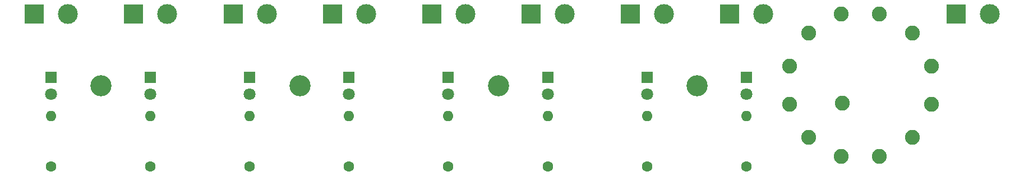
<source format=gts>
%TF.GenerationSoftware,KiCad,Pcbnew,9.0.0+dfsg-1*%
%TF.CreationDate,2025-03-17T11:28:04+01:00*%
%TF.ProjectId,control-matrix-8,636f6e74-726f-46c2-9d6d-61747269782d,1.0*%
%TF.SameCoordinates,Original*%
%TF.FileFunction,Soldermask,Top*%
%TF.FilePolarity,Negative*%
%FSLAX46Y46*%
G04 Gerber Fmt 4.6, Leading zero omitted, Abs format (unit mm)*
G04 Created by KiCad (PCBNEW 9.0.0+dfsg-1) date 2025-03-17 11:28:04*
%MOMM*%
%LPD*%
G01*
G04 APERTURE LIST*
%ADD10O,1.600000X1.600000*%
%ADD11C,1.600000*%
%ADD12R,3.000000X3.000000*%
%ADD13C,3.000000*%
%ADD14C,3.200000*%
%ADD15R,1.800000X1.800000*%
%ADD16C,1.800000*%
%ADD17C,2.250000*%
G04 APERTURE END LIST*
D10*
%TO.C,R8*%
X170400000Y-99550000D03*
D11*
X170400000Y-107170000D03*
%TD*%
%TO.C,R7*%
X155400000Y-107170000D03*
D10*
X155400000Y-99550000D03*
%TD*%
D12*
%TO.C,J8*%
X167900000Y-84170000D03*
D13*
X172980000Y-84170000D03*
%TD*%
D12*
%TO.C,J7*%
X152900000Y-84170000D03*
D13*
X157980000Y-84170000D03*
%TD*%
D14*
%TO.C,H4*%
X163000000Y-95000000D03*
%TD*%
D15*
%TO.C,D8*%
X170400000Y-93730000D03*
D16*
X170400000Y-96270000D03*
%TD*%
D15*
%TO.C,D7*%
X155400000Y-93730000D03*
D16*
X155400000Y-96270000D03*
%TD*%
D15*
%TO.C,D3*%
X95400000Y-93730000D03*
D16*
X95400000Y-96270000D03*
%TD*%
D11*
%TO.C,R2*%
X80400000Y-107170000D03*
D10*
X80400000Y-99550000D03*
%TD*%
D15*
%TO.C,D2*%
X80400000Y-93730000D03*
D16*
X80400000Y-96270000D03*
%TD*%
D15*
%TO.C,D6*%
X140400000Y-93730000D03*
D16*
X140400000Y-96270000D03*
%TD*%
D11*
%TO.C,R6*%
X140400000Y-107170000D03*
D10*
X140400000Y-99550000D03*
%TD*%
D15*
%TO.C,D5*%
X125400000Y-93730000D03*
D16*
X125400000Y-96270000D03*
%TD*%
D14*
%TO.C,H2*%
X103000000Y-95000000D03*
%TD*%
D15*
%TO.C,D4*%
X110400000Y-93730000D03*
D16*
X110400000Y-96270000D03*
%TD*%
D11*
%TO.C,R5*%
X125400000Y-107170000D03*
D10*
X125400000Y-99550000D03*
%TD*%
D11*
%TO.C,R4*%
X110400000Y-107170000D03*
D10*
X110400000Y-99550000D03*
%TD*%
D14*
%TO.C,H1*%
X73000000Y-95000000D03*
%TD*%
%TO.C,H3*%
X133000000Y-95000000D03*
%TD*%
D11*
%TO.C,R1*%
X65400000Y-107170000D03*
D10*
X65400000Y-99550000D03*
%TD*%
D15*
%TO.C,D1*%
X65400000Y-93730000D03*
D16*
X65400000Y-96270000D03*
%TD*%
D11*
%TO.C,R3*%
X95400000Y-107170000D03*
D10*
X95400000Y-99550000D03*
%TD*%
D12*
%TO.C,J1*%
X62900000Y-84170000D03*
D13*
X67980000Y-84170000D03*
%TD*%
D12*
%TO.C,J2*%
X77900000Y-84170000D03*
D13*
X82980000Y-84170000D03*
%TD*%
D12*
%TO.C,J6*%
X137900000Y-84170000D03*
D13*
X142980000Y-84170000D03*
%TD*%
D12*
%TO.C,J3*%
X92900000Y-84170000D03*
D13*
X97980000Y-84170000D03*
%TD*%
D12*
%TO.C,J4*%
X107900000Y-84170000D03*
D13*
X112980000Y-84170000D03*
%TD*%
D12*
%TO.C,J9*%
X202060000Y-84100000D03*
D13*
X207140000Y-84100000D03*
%TD*%
D12*
%TO.C,J5*%
X122900000Y-84170000D03*
D13*
X127980000Y-84170000D03*
%TD*%
D17*
%TO.C,SW1*%
X184754220Y-105600000D03*
X179778230Y-102727110D03*
X176905330Y-97751110D03*
X176905330Y-92005330D03*
X179778230Y-87029340D03*
X184754220Y-84156450D03*
X190500000Y-84156450D03*
X195476000Y-87029340D03*
X198348890Y-92005329D03*
X198348890Y-97751110D03*
X195476000Y-102727110D03*
X190500000Y-105600000D03*
X184904750Y-97600580D03*
%TD*%
M02*

</source>
